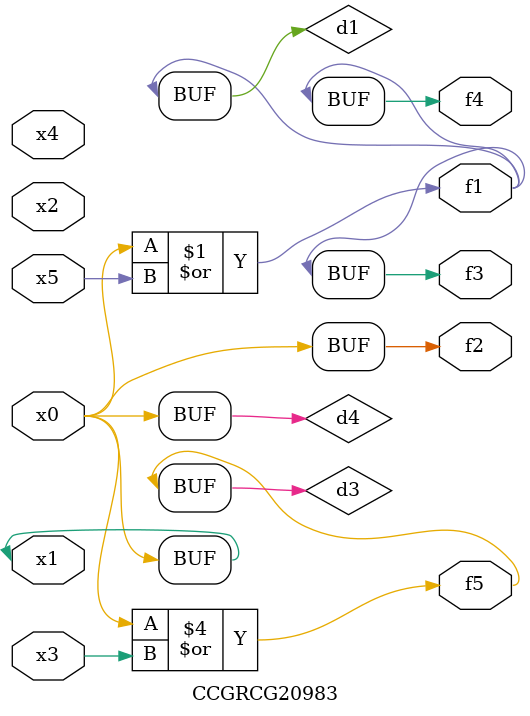
<source format=v>
module CCGRCG20983(
	input x0, x1, x2, x3, x4, x5,
	output f1, f2, f3, f4, f5
);

	wire d1, d2, d3, d4;

	or (d1, x0, x5);
	xnor (d2, x1, x4);
	or (d3, x0, x3);
	buf (d4, x0, x1);
	assign f1 = d1;
	assign f2 = d4;
	assign f3 = d1;
	assign f4 = d1;
	assign f5 = d3;
endmodule

</source>
